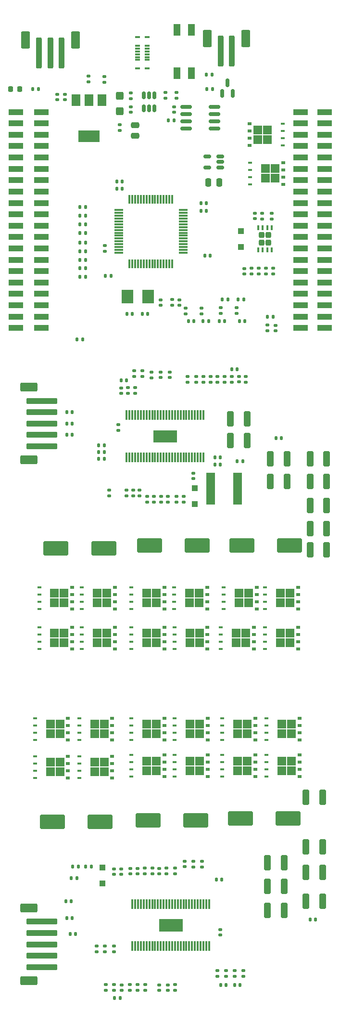
<source format=gbr>
%TF.GenerationSoftware,KiCad,Pcbnew,(6.0.10)*%
%TF.CreationDate,2023-04-24T21:45:00+09:00*%
%TF.ProjectId,qdrive_hw,71647269-7665-45f6-9877-2e6b69636164,rev?*%
%TF.SameCoordinates,Original*%
%TF.FileFunction,Paste,Top*%
%TF.FilePolarity,Positive*%
%FSLAX46Y46*%
G04 Gerber Fmt 4.6, Leading zero omitted, Abs format (unit mm)*
G04 Created by KiCad (PCBNEW (6.0.10)) date 2023-04-24 21:45:00*
%MOMM*%
%LPD*%
G01*
G04 APERTURE LIST*
G04 Aperture macros list*
%AMRoundRect*
0 Rectangle with rounded corners*
0 $1 Rounding radius*
0 $2 $3 $4 $5 $6 $7 $8 $9 X,Y pos of 4 corners*
0 Add a 4 corners polygon primitive as box body*
4,1,4,$2,$3,$4,$5,$6,$7,$8,$9,$2,$3,0*
0 Add four circle primitives for the rounded corners*
1,1,$1+$1,$2,$3*
1,1,$1+$1,$4,$5*
1,1,$1+$1,$6,$7*
1,1,$1+$1,$8,$9*
0 Add four rect primitives between the rounded corners*
20,1,$1+$1,$2,$3,$4,$5,0*
20,1,$1+$1,$4,$5,$6,$7,0*
20,1,$1+$1,$6,$7,$8,$9,0*
20,1,$1+$1,$8,$9,$2,$3,0*%
G04 Aperture macros list end*
%ADD10C,0.010000*%
%ADD11RoundRect,0.250000X-0.325000X-1.100000X0.325000X-1.100000X0.325000X1.100000X-0.325000X1.100000X0*%
%ADD12RoundRect,0.140000X0.170000X-0.140000X0.170000X0.140000X-0.170000X0.140000X-0.170000X-0.140000X0*%
%ADD13R,1.200000X2.000000*%
%ADD14RoundRect,0.140000X-0.140000X-0.170000X0.140000X-0.170000X0.140000X0.170000X-0.140000X0.170000X0*%
%ADD15RoundRect,0.135000X0.135000X0.185000X-0.135000X0.185000X-0.135000X-0.185000X0.135000X-0.185000X0*%
%ADD16RoundRect,0.135000X0.185000X-0.135000X0.185000X0.135000X-0.185000X0.135000X-0.185000X-0.135000X0*%
%ADD17RoundRect,0.135000X-0.185000X0.135000X-0.185000X-0.135000X0.185000X-0.135000X0.185000X0.135000X0*%
%ADD18RoundRect,0.135000X-0.135000X-0.185000X0.135000X-0.185000X0.135000X0.185000X-0.135000X0.185000X0*%
%ADD19R,2.500000X1.000000*%
%ADD20RoundRect,0.140000X-0.170000X0.140000X-0.170000X-0.140000X0.170000X-0.140000X0.170000X0.140000X0*%
%ADD21R,0.750000X0.500000*%
%ADD22R,1.500000X1.500000*%
%ADD23R,0.750000X0.400000*%
%ADD24RoundRect,0.140000X0.140000X0.170000X-0.140000X0.170000X-0.140000X-0.170000X0.140000X-0.170000X0*%
%ADD25RoundRect,0.150000X0.512500X0.150000X-0.512500X0.150000X-0.512500X-0.150000X0.512500X-0.150000X0*%
%ADD26RoundRect,0.150000X0.150000X-0.587500X0.150000X0.587500X-0.150000X0.587500X-0.150000X-0.587500X0*%
%ADD27RoundRect,0.250000X2.500000X-0.250000X2.500000X0.250000X-2.500000X0.250000X-2.500000X-0.250000X0*%
%ADD28RoundRect,0.250000X1.250000X-0.550000X1.250000X0.550000X-1.250000X0.550000X-1.250000X-0.550000X0*%
%ADD29R,1.100000X1.100000*%
%ADD30R,2.000000X2.400000*%
%ADD31RoundRect,0.011200X0.128800X-0.773800X0.128800X0.773800X-0.128800X0.773800X-0.128800X-0.773800X0*%
%ADD32R,0.870000X0.300000*%
%ADD33RoundRect,0.250000X0.250000X0.475000X-0.250000X0.475000X-0.250000X-0.475000X0.250000X-0.475000X0*%
%ADD34RoundRect,0.250000X-0.250000X-2.500000X0.250000X-2.500000X0.250000X2.500000X-0.250000X2.500000X0*%
%ADD35RoundRect,0.250000X-0.550000X-1.250000X0.550000X-1.250000X0.550000X1.250000X-0.550000X1.250000X0*%
%ADD36RoundRect,0.075000X0.075000X-0.700000X0.075000X0.700000X-0.075000X0.700000X-0.075000X-0.700000X0*%
%ADD37RoundRect,0.075000X0.700000X-0.075000X0.700000X0.075000X-0.700000X0.075000X-0.700000X-0.075000X0*%
%ADD38RoundRect,0.250000X0.325000X1.100000X-0.325000X1.100000X-0.325000X-1.100000X0.325000X-1.100000X0*%
%ADD39RoundRect,0.250000X0.425000X-0.450000X0.425000X0.450000X-0.425000X0.450000X-0.425000X-0.450000X0*%
%ADD40RoundRect,0.250000X1.950000X1.000000X-1.950000X1.000000X-1.950000X-1.000000X1.950000X-1.000000X0*%
%ADD41RoundRect,0.218750X-0.218750X-0.256250X0.218750X-0.256250X0.218750X0.256250X-0.218750X0.256250X0*%
%ADD42R,1.600000X5.700000*%
%ADD43R,1.500000X2.000000*%
%ADD44R,3.800000X2.000000*%
%ADD45RoundRect,0.150000X-0.825000X-0.150000X0.825000X-0.150000X0.825000X0.150000X-0.825000X0.150000X0*%
%ADD46RoundRect,0.250000X0.475000X-0.250000X0.475000X0.250000X-0.475000X0.250000X-0.475000X-0.250000X0*%
%ADD47RoundRect,0.011200X-0.128800X0.773800X-0.128800X-0.773800X0.128800X-0.773800X0.128800X0.773800X0*%
%ADD48RoundRect,0.249999X0.253892X-0.274048X0.253892X0.274048X-0.253892X0.274048X-0.253892X-0.274048X0*%
%ADD49RoundRect,0.075000X0.075000X-0.362500X0.075000X0.362500X-0.075000X0.362500X-0.075000X-0.362500X0*%
%ADD50RoundRect,0.150000X-0.150000X0.512500X-0.150000X-0.512500X0.150000X-0.512500X0.150000X0.512500X0*%
G04 APERTURE END LIST*
%TO.C,U401*%
G36*
X190002770Y-205024410D02*
G01*
X186000000Y-205024410D01*
X186000000Y-202977000D01*
X190002770Y-202977000D01*
X190002770Y-205024410D01*
G37*
D10*
X190002770Y-205024410D02*
X186000000Y-205024410D01*
X186000000Y-202977000D01*
X190002770Y-202977000D01*
X190002770Y-205024410D01*
%TO.C,U301*%
G36*
X189000000Y-119023000D02*
G01*
X184997230Y-119023000D01*
X184997230Y-116975590D01*
X189000000Y-116975590D01*
X189000000Y-119023000D01*
G37*
X189000000Y-119023000D02*
X184997230Y-119023000D01*
X184997230Y-116975590D01*
X189000000Y-116975590D01*
X189000000Y-119023000D01*
%TD*%
D11*
%TO.C,C308*%
X212525000Y-134250000D03*
X215475000Y-134250000D03*
%TD*%
D12*
%TO.C,C215*%
X168000000Y-58880000D03*
X168000000Y-57920000D03*
%TD*%
D13*
%TO.C,SW201*%
X191670000Y-46590000D03*
X189130000Y-46590000D03*
X189130000Y-54210000D03*
X191670000Y-54210000D03*
%TD*%
D14*
%TO.C,C226*%
X191120000Y-97800000D03*
X192080000Y-97800000D03*
%TD*%
D11*
%TO.C,C401*%
X211775000Y-194750000D03*
X214725000Y-194750000D03*
%TD*%
D15*
%TO.C,R216*%
X173010000Y-88500000D03*
X171990000Y-88500000D03*
%TD*%
D16*
%TO.C,R304*%
X191000000Y-108510000D03*
X191000000Y-107490000D03*
%TD*%
D12*
%TO.C,C217*%
X179000000Y-64230000D03*
X179000000Y-63270000D03*
%TD*%
D16*
%TO.C,R411*%
X188750000Y-195010000D03*
X188750000Y-193990000D03*
%TD*%
D17*
%TO.C,R418*%
X199250000Y-211990000D03*
X199250000Y-213010000D03*
%TD*%
%TO.C,R404*%
X183500000Y-214490000D03*
X183500000Y-215510000D03*
%TD*%
D18*
%TO.C,R202*%
X194290000Y-54400000D03*
X195310000Y-54400000D03*
%TD*%
D19*
%TO.C,J204*%
X165250000Y-61000000D03*
X160750000Y-61000000D03*
X165250000Y-63000000D03*
X160750000Y-63000000D03*
X165250000Y-65000000D03*
X160750000Y-65000000D03*
X165250000Y-67000000D03*
X160750000Y-67000000D03*
X165250000Y-69000000D03*
X160750000Y-69000000D03*
X165250000Y-71000000D03*
X160750000Y-71000000D03*
X165250000Y-73000000D03*
X160750000Y-73000000D03*
X165250000Y-75000000D03*
X160750000Y-75000000D03*
X165250000Y-77000000D03*
X160750000Y-77000000D03*
X165250000Y-79000000D03*
X160750000Y-79000000D03*
X165250000Y-81000000D03*
X160750000Y-81000000D03*
X165250000Y-83000000D03*
X160750000Y-83000000D03*
X165250000Y-85000000D03*
X160750000Y-85000000D03*
X165250000Y-87000000D03*
X160750000Y-87000000D03*
X165250000Y-89000000D03*
X160750000Y-89000000D03*
X165250000Y-91000000D03*
X160750000Y-91000000D03*
X165250000Y-93000000D03*
X160750000Y-93000000D03*
X165250000Y-95000000D03*
X160750000Y-95000000D03*
X165250000Y-97000000D03*
X160750000Y-97000000D03*
X165250000Y-99000000D03*
X160750000Y-99000000D03*
%TD*%
D17*
%TO.C,R201*%
X176400000Y-84490000D03*
X176400000Y-85510000D03*
%TD*%
D14*
%TO.C,C335*%
X169720000Y-113800000D03*
X170680000Y-113800000D03*
%TD*%
%TO.C,C209*%
X183020000Y-96500000D03*
X183980000Y-96500000D03*
%TD*%
D20*
%TO.C,C204*%
X186250000Y-94020000D03*
X186250000Y-94980000D03*
%TD*%
D16*
%TO.C,R205*%
X204750000Y-89510000D03*
X204750000Y-88490000D03*
%TD*%
D12*
%TO.C,C216*%
X181000000Y-61080000D03*
X181000000Y-60120000D03*
%TD*%
D16*
%TO.C,R414*%
X193500000Y-193760000D03*
X193500000Y-192740000D03*
%TD*%
D21*
%TO.C,Q308*%
X186905000Y-155405000D03*
X186905000Y-154135000D03*
X186905000Y-152865000D03*
D22*
X183800000Y-152650000D03*
X185500000Y-152650000D03*
X183800000Y-154350000D03*
D21*
X186905000Y-151595000D03*
D22*
X185500000Y-154350000D03*
D23*
X181100000Y-151595000D03*
X181100000Y-152865000D03*
X181100000Y-154135000D03*
X181100000Y-155405000D03*
%TD*%
D16*
%TO.C,R403*%
X188750000Y-215510000D03*
X188750000Y-214490000D03*
%TD*%
D24*
%TO.C,C423*%
X171480000Y-195750000D03*
X170520000Y-195750000D03*
%TD*%
%TO.C,C201*%
X194280000Y-78400000D03*
X193320000Y-78400000D03*
%TD*%
D17*
%TO.C,R229*%
X189000000Y-57590000D03*
X189000000Y-58610000D03*
%TD*%
D25*
%TO.C,U205*%
X196737500Y-70750000D03*
X196737500Y-69800000D03*
X196737500Y-68850000D03*
X194462500Y-68850000D03*
X194462500Y-70750000D03*
%TD*%
D24*
%TO.C,C326*%
X176280000Y-122000000D03*
X175320000Y-122000000D03*
%TD*%
D22*
%TO.C,Q404*%
X166800000Y-168650000D03*
X166800000Y-170350000D03*
D21*
X169905000Y-171405000D03*
X169905000Y-167595000D03*
X169905000Y-168865000D03*
D22*
X168500000Y-170350000D03*
D21*
X169905000Y-170135000D03*
D22*
X168500000Y-168650000D03*
D23*
X164100000Y-167595000D03*
X164100000Y-168865000D03*
X164100000Y-170135000D03*
X164100000Y-171405000D03*
%TD*%
D22*
%TO.C,Q401*%
X174600000Y-175350000D03*
D21*
X177705000Y-174295000D03*
X177705000Y-176835000D03*
X177705000Y-178105000D03*
D22*
X174600000Y-177050000D03*
D21*
X177705000Y-175565000D03*
D22*
X176300000Y-177050000D03*
X176300000Y-175350000D03*
D23*
X171900000Y-174295000D03*
X171900000Y-175565000D03*
X171900000Y-176835000D03*
X171900000Y-178105000D03*
%TD*%
D17*
%TO.C,R419*%
X175000000Y-207690000D03*
X175000000Y-208710000D03*
%TD*%
D14*
%TO.C,C219*%
X171520000Y-101000000D03*
X172480000Y-101000000D03*
%TD*%
D21*
%TO.C,Q304*%
X202655000Y-154135000D03*
X202655000Y-155405000D03*
D22*
X199550000Y-154350000D03*
D21*
X202655000Y-151595000D03*
D22*
X201250000Y-152650000D03*
X199550000Y-152650000D03*
X201250000Y-154350000D03*
D21*
X202655000Y-152865000D03*
D23*
X196850000Y-151595000D03*
X196850000Y-152865000D03*
X196850000Y-154135000D03*
X196850000Y-155405000D03*
%TD*%
D26*
%TO.C,D203*%
X197050000Y-57737500D03*
X198950000Y-57737500D03*
X198000000Y-55862500D03*
%TD*%
D15*
%TO.C,R213*%
X173010000Y-85500000D03*
X171990000Y-85500000D03*
%TD*%
D18*
%TO.C,R209*%
X205000000Y-97000000D03*
X206020000Y-97000000D03*
%TD*%
D22*
%TO.C,Q201*%
X206400000Y-72650000D03*
D21*
X207805000Y-69895000D03*
X207805000Y-73705000D03*
D22*
X204700000Y-70950000D03*
X206400000Y-70950000D03*
X204700000Y-72650000D03*
D21*
X207805000Y-71165000D03*
X207805000Y-72435000D03*
D23*
X202000000Y-69895000D03*
X202000000Y-71165000D03*
X202000000Y-72435000D03*
X202000000Y-73705000D03*
%TD*%
D24*
%TO.C,C207*%
X194980000Y-86250000D03*
X194020000Y-86250000D03*
%TD*%
D17*
%TO.C,R222*%
X190600000Y-95490000D03*
X190600000Y-96510000D03*
%TD*%
D22*
%TO.C,Q412*%
X201500000Y-168650000D03*
D21*
X202905000Y-167595000D03*
X202905000Y-171405000D03*
D22*
X199800000Y-170350000D03*
X199800000Y-168650000D03*
D21*
X202905000Y-170135000D03*
D22*
X201500000Y-170350000D03*
D21*
X202905000Y-168865000D03*
D23*
X197100000Y-167595000D03*
X197100000Y-168865000D03*
X197100000Y-170135000D03*
X197100000Y-171405000D03*
%TD*%
D20*
%TO.C,C413*%
X180860000Y-194020000D03*
X180860000Y-194980000D03*
%TD*%
D16*
%TO.C,R318*%
X180500000Y-110510000D03*
X180500000Y-109490000D03*
%TD*%
D27*
%TO.C,J303*%
X165300000Y-119800000D03*
X165300000Y-117800000D03*
X165300000Y-115800000D03*
X165300000Y-113800000D03*
X165300000Y-111800000D03*
D28*
X163050000Y-109400000D03*
X163050000Y-122200000D03*
%TD*%
D29*
%TO.C,D301*%
X192200000Y-127200000D03*
X192200000Y-130000000D03*
%TD*%
D14*
%TO.C,C409*%
X196770000Y-214500000D03*
X197730000Y-214500000D03*
%TD*%
D12*
%TO.C,C218*%
X169400000Y-58880000D03*
X169400000Y-57920000D03*
%TD*%
D18*
%TO.C,R423*%
X170740000Y-193750000D03*
X171760000Y-193750000D03*
%TD*%
D22*
%TO.C,Q309*%
X175050000Y-147350000D03*
X175050000Y-145650000D03*
D21*
X178155000Y-145865000D03*
D22*
X176750000Y-145650000D03*
X176750000Y-147350000D03*
D21*
X178155000Y-147135000D03*
X178155000Y-144595000D03*
X178155000Y-148405000D03*
D23*
X172350000Y-144595000D03*
X172350000Y-145865000D03*
X172350000Y-147135000D03*
X172350000Y-148405000D03*
%TD*%
D18*
%TO.C,TH301*%
X175290000Y-119600000D03*
X176310000Y-119600000D03*
%TD*%
D12*
%TO.C,C417*%
X190500000Y-193730000D03*
X190500000Y-192770000D03*
%TD*%
D14*
%TO.C,C324*%
X198770000Y-106250000D03*
X199730000Y-106250000D03*
%TD*%
D18*
%TO.C,R206*%
X187590000Y-62500000D03*
X188610000Y-62500000D03*
%TD*%
D15*
%TO.C,R220*%
X173010000Y-77750000D03*
X171990000Y-77750000D03*
%TD*%
D11*
%TO.C,C304*%
X212525000Y-138000000D03*
X215475000Y-138000000D03*
%TD*%
D12*
%TO.C,C311*%
X179250000Y-110480000D03*
X179250000Y-109520000D03*
%TD*%
D29*
%TO.C,D201*%
X200350000Y-81912500D03*
X200350000Y-84712500D03*
%TD*%
D24*
%TO.C,C202*%
X194280000Y-77000000D03*
X193320000Y-77000000D03*
%TD*%
D21*
%TO.C,Q407*%
X186905000Y-175365000D03*
X186905000Y-174095000D03*
D22*
X183800000Y-175150000D03*
X183800000Y-176850000D03*
D21*
X186905000Y-177905000D03*
X186905000Y-176635000D03*
D22*
X185500000Y-175150000D03*
X185500000Y-176850000D03*
D23*
X181100000Y-174095000D03*
X181100000Y-175365000D03*
X181100000Y-176635000D03*
X181100000Y-177905000D03*
%TD*%
D16*
%TO.C,R210*%
X205000000Y-99510000D03*
X205000000Y-98490000D03*
%TD*%
%TO.C,R305*%
X201250000Y-108510000D03*
X201250000Y-107490000D03*
%TD*%
D14*
%TO.C,C334*%
X169720000Y-115800000D03*
X170680000Y-115800000D03*
%TD*%
D22*
%TO.C,Q405*%
X191400000Y-176850000D03*
D21*
X194505000Y-176635000D03*
X194505000Y-175365000D03*
D22*
X193100000Y-175150000D03*
X193100000Y-176850000D03*
D21*
X194505000Y-177905000D03*
D22*
X191400000Y-175150000D03*
D21*
X194505000Y-174095000D03*
D23*
X188700000Y-174095000D03*
X188700000Y-175365000D03*
X188700000Y-176635000D03*
X188700000Y-177905000D03*
%TD*%
D30*
%TO.C,Y201*%
X184050000Y-93500000D03*
X180350000Y-93500000D03*
%TD*%
D12*
%TO.C,C320*%
X200000000Y-108480000D03*
X200000000Y-107520000D03*
%TD*%
D31*
%TO.C,U401*%
X181250000Y-207720000D03*
X181750000Y-207720000D03*
X182250000Y-207720000D03*
X182750000Y-207720000D03*
X183250000Y-207720000D03*
X183750000Y-207720000D03*
X184250000Y-207720000D03*
X184750000Y-207720000D03*
X185250000Y-207720000D03*
X185750000Y-207720000D03*
X186250000Y-207720000D03*
X186750000Y-207720000D03*
X187250000Y-207720000D03*
X187750000Y-207720000D03*
X188250000Y-207720000D03*
X188750000Y-207720000D03*
X189250000Y-207720000D03*
X189750000Y-207720000D03*
X190250000Y-207720000D03*
X190750000Y-207720000D03*
X191250000Y-207720000D03*
X191750000Y-207720000D03*
X192250000Y-207720000D03*
X192750000Y-207720000D03*
X193250000Y-207720000D03*
X193750000Y-207720000D03*
X194250000Y-207720000D03*
X194750000Y-207720000D03*
X194750000Y-200280000D03*
X194250000Y-200280000D03*
X193750000Y-200280000D03*
X193250000Y-200280000D03*
X192750000Y-200280000D03*
X192250000Y-200280000D03*
X191750000Y-200280000D03*
X191250000Y-200280000D03*
X190750000Y-200280000D03*
X190250000Y-200280000D03*
X189750000Y-200280000D03*
X189250000Y-200280000D03*
X188750000Y-200280000D03*
X188250000Y-200280000D03*
X187750000Y-200280000D03*
X187250000Y-200280000D03*
X186750000Y-200280000D03*
X186250000Y-200280000D03*
X185750000Y-200280000D03*
X185250000Y-200280000D03*
X184750000Y-200280000D03*
X184250000Y-200280000D03*
X183750000Y-200280000D03*
X183250000Y-200280000D03*
X182750000Y-200280000D03*
X182250000Y-200280000D03*
X181750000Y-200280000D03*
X181250000Y-200280000D03*
%TD*%
D12*
%TO.C,C318*%
X182500000Y-128480000D03*
X182500000Y-127520000D03*
%TD*%
D15*
%TO.C,R211*%
X173010000Y-79250000D03*
X171990000Y-79250000D03*
%TD*%
D16*
%TO.C,R233*%
X187100000Y-58610000D03*
X187100000Y-57590000D03*
%TD*%
D17*
%TO.C,R313*%
X181380000Y-127490000D03*
X181380000Y-128510000D03*
%TD*%
D29*
%TO.C,D401*%
X176000000Y-196650000D03*
X176000000Y-193850000D03*
%TD*%
D12*
%TO.C,C406*%
X187500000Y-215480000D03*
X187500000Y-214520000D03*
%TD*%
D16*
%TO.C,R203*%
X203500000Y-89510000D03*
X203500000Y-88490000D03*
%TD*%
D12*
%TO.C,C415*%
X182200000Y-194980000D03*
X182200000Y-194020000D03*
%TD*%
D16*
%TO.C,R208*%
X205800000Y-79822500D03*
X205800000Y-78802500D03*
%TD*%
D24*
%TO.C,C208*%
X181230000Y-96500000D03*
X180270000Y-96500000D03*
%TD*%
D17*
%TO.C,R417*%
X197750000Y-211990000D03*
X197750000Y-213010000D03*
%TD*%
%TO.C,R225*%
X199600000Y-95440000D03*
X199600000Y-96460000D03*
%TD*%
D12*
%TO.C,C210*%
X189500000Y-94980000D03*
X189500000Y-94020000D03*
%TD*%
D14*
%TO.C,C432*%
X212520000Y-203000000D03*
X213480000Y-203000000D03*
%TD*%
D32*
%TO.C,J201*%
X182135000Y-53350000D03*
X182135000Y-51850000D03*
X182135000Y-51350000D03*
X182135000Y-50850000D03*
X182135000Y-50350000D03*
X182135000Y-49850000D03*
X182135000Y-49350000D03*
X182135000Y-47850000D03*
X183865000Y-47850000D03*
X183865000Y-49350000D03*
X183865000Y-49850000D03*
X183865000Y-50350000D03*
X183865000Y-50850000D03*
X183865000Y-51350000D03*
X183865000Y-51850000D03*
X183865000Y-53350000D03*
%TD*%
D15*
%TO.C,TH401*%
X174010000Y-193750000D03*
X172990000Y-193750000D03*
%TD*%
D22*
%TO.C,Q402*%
X176300000Y-168650000D03*
D21*
X177705000Y-167595000D03*
X177705000Y-171405000D03*
D22*
X174600000Y-168650000D03*
X174600000Y-170350000D03*
D21*
X177705000Y-170135000D03*
X177705000Y-168865000D03*
D22*
X176300000Y-170350000D03*
D23*
X171900000Y-167595000D03*
X171900000Y-168865000D03*
X171900000Y-170135000D03*
X171900000Y-171405000D03*
%TD*%
D24*
%TO.C,C410*%
X200230000Y-214500000D03*
X199270000Y-214500000D03*
%TD*%
D15*
%TO.C,R221*%
X173010000Y-80750000D03*
X171990000Y-80750000D03*
%TD*%
D20*
%TO.C,C307*%
X187800000Y-106770000D03*
X187800000Y-107730000D03*
%TD*%
D17*
%TO.C,R307*%
X196250000Y-107490000D03*
X196250000Y-108510000D03*
%TD*%
D24*
%TO.C,C424*%
X171280000Y-205600000D03*
X170320000Y-205600000D03*
%TD*%
D20*
%TO.C,C306*%
X186200000Y-106770000D03*
X186200000Y-107730000D03*
%TD*%
%TO.C,C407*%
X186000000Y-214520000D03*
X186000000Y-215480000D03*
%TD*%
D33*
%TO.C,C221*%
X196550000Y-73400000D03*
X194650000Y-73400000D03*
%TD*%
D21*
%TO.C,Q410*%
X210655000Y-171405000D03*
X210655000Y-170135000D03*
X210655000Y-168865000D03*
D22*
X209250000Y-170350000D03*
X207550000Y-168650000D03*
D21*
X210655000Y-167595000D03*
D22*
X207550000Y-170350000D03*
X209250000Y-168650000D03*
D23*
X204850000Y-167595000D03*
X204850000Y-168865000D03*
X204850000Y-170135000D03*
X204850000Y-171405000D03*
%TD*%
D14*
%TO.C,C224*%
X196520000Y-97800000D03*
X197480000Y-97800000D03*
%TD*%
D34*
%TO.C,J202*%
X196800000Y-50300000D03*
X198800000Y-50300000D03*
D35*
X201200000Y-48050000D03*
X194400000Y-48050000D03*
%TD*%
D20*
%TO.C,C419*%
X179400000Y-214520000D03*
X179400000Y-215480000D03*
%TD*%
D16*
%TO.C,R410*%
X187250000Y-195010000D03*
X187250000Y-193990000D03*
%TD*%
D21*
%TO.C,Q411*%
X202905000Y-177905000D03*
D22*
X199800000Y-176850000D03*
D21*
X202905000Y-174095000D03*
D22*
X201500000Y-175150000D03*
X201500000Y-176850000D03*
D21*
X202905000Y-175365000D03*
D22*
X199800000Y-175150000D03*
D21*
X202905000Y-176635000D03*
D23*
X197100000Y-174095000D03*
X197100000Y-175365000D03*
X197100000Y-176635000D03*
X197100000Y-177905000D03*
%TD*%
D36*
%TO.C,U201*%
X180750000Y-87675000D03*
X181250000Y-87675000D03*
X181750000Y-87675000D03*
X182250000Y-87675000D03*
X182750000Y-87675000D03*
X183250000Y-87675000D03*
X183750000Y-87675000D03*
X184250000Y-87675000D03*
X184750000Y-87675000D03*
X185250000Y-87675000D03*
X185750000Y-87675000D03*
X186250000Y-87675000D03*
X186750000Y-87675000D03*
X187250000Y-87675000D03*
X187750000Y-87675000D03*
X188250000Y-87675000D03*
D37*
X190175000Y-85750000D03*
X190175000Y-85250000D03*
X190175000Y-84750000D03*
X190175000Y-84250000D03*
X190175000Y-83750000D03*
X190175000Y-83250000D03*
X190175000Y-82750000D03*
X190175000Y-82250000D03*
X190175000Y-81750000D03*
X190175000Y-81250000D03*
X190175000Y-80750000D03*
X190175000Y-80250000D03*
X190175000Y-79750000D03*
X190175000Y-79250000D03*
X190175000Y-78750000D03*
X190175000Y-78250000D03*
D36*
X188250000Y-76325000D03*
X187750000Y-76325000D03*
X187250000Y-76325000D03*
X186750000Y-76325000D03*
X186250000Y-76325000D03*
X185750000Y-76325000D03*
X185250000Y-76325000D03*
X184750000Y-76325000D03*
X184250000Y-76325000D03*
X183750000Y-76325000D03*
X183250000Y-76325000D03*
X182750000Y-76325000D03*
X182250000Y-76325000D03*
X181750000Y-76325000D03*
X181250000Y-76325000D03*
X180750000Y-76325000D03*
D37*
X178825000Y-78250000D03*
X178825000Y-78750000D03*
X178825000Y-79250000D03*
X178825000Y-79750000D03*
X178825000Y-80250000D03*
X178825000Y-80750000D03*
X178825000Y-81250000D03*
X178825000Y-81750000D03*
X178825000Y-82250000D03*
X178825000Y-82750000D03*
X178825000Y-83250000D03*
X178825000Y-83750000D03*
X178825000Y-84250000D03*
X178825000Y-84750000D03*
X178825000Y-85250000D03*
X178825000Y-85750000D03*
%TD*%
D11*
%TO.C,C404*%
X211775000Y-190250000D03*
X214725000Y-190250000D03*
%TD*%
D18*
%TO.C,R204*%
X194390000Y-57000000D03*
X195410000Y-57000000D03*
%TD*%
D12*
%TO.C,C420*%
X179250000Y-195080000D03*
X179250000Y-194120000D03*
%TD*%
D17*
%TO.C,R223*%
X193400000Y-95490000D03*
X193400000Y-96510000D03*
%TD*%
D16*
%TO.C,R231*%
X176300000Y-55810000D03*
X176300000Y-54790000D03*
%TD*%
D38*
%TO.C,C418*%
X207975000Y-197200000D03*
X205025000Y-197200000D03*
%TD*%
D12*
%TO.C,C312*%
X183000000Y-107480000D03*
X183000000Y-106520000D03*
%TD*%
D27*
%TO.C,J406*%
X165300000Y-211400000D03*
X165300000Y-209400000D03*
X165300000Y-207400000D03*
X165300000Y-205400000D03*
X165300000Y-203400000D03*
D28*
X163050000Y-201000000D03*
X163050000Y-213800000D03*
%TD*%
D14*
%TO.C,C421*%
X178120000Y-216800000D03*
X179080000Y-216800000D03*
%TD*%
D17*
%TO.C,R303*%
X184600000Y-106740000D03*
X184600000Y-107760000D03*
%TD*%
D16*
%TO.C,R413*%
X192000000Y-193760000D03*
X192000000Y-192740000D03*
%TD*%
D14*
%TO.C,C205*%
X178520000Y-73250000D03*
X179480000Y-73250000D03*
%TD*%
%TO.C,C310*%
X179270000Y-108200000D03*
X180230000Y-108200000D03*
%TD*%
D16*
%TO.C,R402*%
X184750000Y-195010000D03*
X184750000Y-193990000D03*
%TD*%
D17*
%TO.C,R302*%
X187480000Y-128590000D03*
X187480000Y-129610000D03*
%TD*%
D16*
%TO.C,R322*%
X198750000Y-108510000D03*
X198750000Y-107490000D03*
%TD*%
D20*
%TO.C,C411*%
X200750000Y-212020000D03*
X200750000Y-212980000D03*
%TD*%
%TO.C,C211*%
X201000000Y-88520000D03*
X201000000Y-89480000D03*
%TD*%
D14*
%TO.C,C206*%
X178520000Y-74500000D03*
X179480000Y-74500000D03*
%TD*%
D39*
%TO.C,C220*%
X179000000Y-60850000D03*
X179000000Y-58150000D03*
%TD*%
D40*
%TO.C,C327*%
X192700000Y-137250000D03*
X184300000Y-137250000D03*
%TD*%
D17*
%TO.C,R301*%
X190250000Y-128590000D03*
X190250000Y-129610000D03*
%TD*%
D22*
%TO.C,Q409*%
X207550000Y-176850000D03*
D21*
X210655000Y-175365000D03*
X210655000Y-174095000D03*
D22*
X207550000Y-175150000D03*
D21*
X210655000Y-177905000D03*
D22*
X209250000Y-176850000D03*
D21*
X210655000Y-176635000D03*
D22*
X209250000Y-175150000D03*
D23*
X204850000Y-174095000D03*
X204850000Y-175365000D03*
X204850000Y-176635000D03*
X204850000Y-177905000D03*
%TD*%
D16*
%TO.C,R234*%
X181000000Y-58710000D03*
X181000000Y-57690000D03*
%TD*%
%TO.C,R320*%
X192500000Y-108510000D03*
X192500000Y-107490000D03*
%TD*%
D20*
%TO.C,C332*%
X177200000Y-127520000D03*
X177200000Y-128480000D03*
%TD*%
D15*
%TO.C,R212*%
X173010000Y-84000000D03*
X171990000Y-84000000D03*
%TD*%
D16*
%TO.C,R321*%
X193750000Y-108510000D03*
X193750000Y-107490000D03*
%TD*%
D40*
%TO.C,C429*%
X175600000Y-185800000D03*
X167200000Y-185800000D03*
%TD*%
D11*
%TO.C,C325*%
X212525000Y-130250000D03*
X215475000Y-130250000D03*
%TD*%
D22*
%TO.C,Q311*%
X167550000Y-145650000D03*
D21*
X170655000Y-144595000D03*
X170655000Y-148405000D03*
X170655000Y-147135000D03*
D22*
X167550000Y-147350000D03*
D21*
X170655000Y-145865000D03*
D22*
X169250000Y-145650000D03*
X169250000Y-147350000D03*
D23*
X164850000Y-144595000D03*
X164850000Y-145865000D03*
X164850000Y-147135000D03*
X164850000Y-148405000D03*
%TD*%
D17*
%TO.C,R310*%
X185080000Y-128590000D03*
X185080000Y-129610000D03*
%TD*%
D16*
%TO.C,R319*%
X195000000Y-108510000D03*
X195000000Y-107490000D03*
%TD*%
D20*
%TO.C,C212*%
X188600000Y-60120000D03*
X188600000Y-61080000D03*
%TD*%
D15*
%TO.C,R219*%
X200910000Y-93950000D03*
X199890000Y-93950000D03*
%TD*%
D38*
%TO.C,C301*%
X208475000Y-126000000D03*
X205525000Y-126000000D03*
%TD*%
D22*
%TO.C,Q302*%
X209000000Y-152650000D03*
D21*
X210405000Y-152865000D03*
D22*
X209000000Y-154350000D03*
D21*
X210405000Y-151595000D03*
X210405000Y-155405000D03*
X210405000Y-154135000D03*
D22*
X207300000Y-152650000D03*
X207300000Y-154350000D03*
D23*
X204600000Y-151595000D03*
X204600000Y-152865000D03*
X204600000Y-154135000D03*
X204600000Y-155405000D03*
%TD*%
D12*
%TO.C,C317*%
X186280000Y-129580000D03*
X186280000Y-128620000D03*
%TD*%
D14*
%TO.C,C302*%
X195770000Y-121750000D03*
X196730000Y-121750000D03*
%TD*%
D15*
%TO.C,R214*%
X173010000Y-82250000D03*
X171990000Y-82250000D03*
%TD*%
D11*
%TO.C,C315*%
X198525000Y-115000000D03*
X201475000Y-115000000D03*
%TD*%
D21*
%TO.C,Q408*%
X186905000Y-168865000D03*
D22*
X185500000Y-170350000D03*
D21*
X186905000Y-171405000D03*
X186905000Y-170135000D03*
D22*
X183800000Y-170350000D03*
X185500000Y-168650000D03*
D21*
X186905000Y-167595000D03*
D22*
X183800000Y-168650000D03*
D23*
X181100000Y-167595000D03*
X181100000Y-168865000D03*
X181100000Y-170135000D03*
X181100000Y-171405000D03*
%TD*%
D16*
%TO.C,R407*%
X182200000Y-215510000D03*
X182200000Y-214490000D03*
%TD*%
D14*
%TO.C,C225*%
X200120000Y-97800000D03*
X201080000Y-97800000D03*
%TD*%
D16*
%TO.C,R401*%
X183400000Y-195010000D03*
X183400000Y-193990000D03*
%TD*%
D38*
%TO.C,C422*%
X207975000Y-201400000D03*
X205025000Y-201400000D03*
%TD*%
D21*
%TO.C,Q306*%
X194470000Y-152865000D03*
X194470000Y-155405000D03*
X194470000Y-151595000D03*
D22*
X191365000Y-152650000D03*
X193065000Y-152650000D03*
X193065000Y-154350000D03*
D21*
X194470000Y-154135000D03*
D22*
X191365000Y-154350000D03*
D23*
X188665000Y-151595000D03*
X188665000Y-152865000D03*
X188665000Y-154135000D03*
X188665000Y-155405000D03*
%TD*%
D21*
%TO.C,Q305*%
X194405000Y-145865000D03*
D22*
X191300000Y-145650000D03*
D21*
X194405000Y-147135000D03*
D22*
X191300000Y-147350000D03*
X193000000Y-147350000D03*
D21*
X194405000Y-148405000D03*
X194405000Y-144595000D03*
D22*
X193000000Y-145650000D03*
D23*
X188600000Y-144595000D03*
X188600000Y-145865000D03*
X188600000Y-147135000D03*
X188600000Y-148405000D03*
%TD*%
D22*
%TO.C,Q307*%
X185500000Y-147350000D03*
D21*
X186905000Y-148405000D03*
X186905000Y-147135000D03*
D22*
X183800000Y-145650000D03*
X183800000Y-147350000D03*
X185500000Y-145650000D03*
D21*
X186905000Y-145865000D03*
X186905000Y-144595000D03*
D23*
X181100000Y-144595000D03*
X181100000Y-145865000D03*
X181100000Y-147135000D03*
X181100000Y-148405000D03*
%TD*%
D11*
%TO.C,C321*%
X198525000Y-118800000D03*
X201475000Y-118800000D03*
%TD*%
D16*
%TO.C,R317*%
X181750000Y-110510000D03*
X181750000Y-109490000D03*
%TD*%
D17*
%TO.C,R228*%
X188250000Y-93990000D03*
X188250000Y-95010000D03*
%TD*%
D15*
%TO.C,R215*%
X173010000Y-87000000D03*
X171990000Y-87000000D03*
%TD*%
%TO.C,R218*%
X198110000Y-93950000D03*
X197090000Y-93950000D03*
%TD*%
D21*
%TO.C,Q403*%
X169905000Y-174295000D03*
X169905000Y-178105000D03*
X169905000Y-175565000D03*
D22*
X166800000Y-175350000D03*
D21*
X169905000Y-176835000D03*
D22*
X168500000Y-177050000D03*
X168500000Y-175350000D03*
X166800000Y-177050000D03*
D23*
X164100000Y-174295000D03*
X164100000Y-175565000D03*
X164100000Y-176835000D03*
X164100000Y-178105000D03*
%TD*%
D17*
%TO.C,R406*%
X180800000Y-214490000D03*
X180800000Y-215510000D03*
%TD*%
%TO.C,R232*%
X173500000Y-54690000D03*
X173500000Y-55710000D03*
%TD*%
D40*
%TO.C,C428*%
X208700000Y-185250000D03*
X200300000Y-185250000D03*
%TD*%
D15*
%TO.C,R217*%
X173010000Y-90000000D03*
X171990000Y-90000000D03*
%TD*%
D19*
%TO.C,J205*%
X210875000Y-61000000D03*
X215125000Y-61000000D03*
X210875000Y-63000000D03*
X215125000Y-63000000D03*
X210875000Y-65000000D03*
X215125000Y-65000000D03*
X210875000Y-67000000D03*
X215125000Y-67000000D03*
X210875000Y-69000000D03*
X215125000Y-69000000D03*
X210875000Y-71000000D03*
X215125000Y-71000000D03*
X210875000Y-73000000D03*
X215125000Y-73000000D03*
X210875000Y-75000000D03*
X215125000Y-75000000D03*
X210875000Y-77000000D03*
X215125000Y-77000000D03*
X210875000Y-79000000D03*
X215125000Y-79000000D03*
X210875000Y-81000000D03*
X215125000Y-81000000D03*
X210875000Y-83000000D03*
X215125000Y-83000000D03*
X210875000Y-85000000D03*
X215125000Y-85000000D03*
X210875000Y-87000000D03*
X215125000Y-87000000D03*
X210875000Y-89000000D03*
X215125000Y-89000000D03*
X210875000Y-91000000D03*
X215125000Y-91000000D03*
X210875000Y-93000000D03*
X215125000Y-93000000D03*
X210875000Y-95000000D03*
X215125000Y-95000000D03*
X210875000Y-97000000D03*
X215125000Y-97000000D03*
X210875000Y-99000000D03*
X215125000Y-99000000D03*
%TD*%
D17*
%TO.C,R405*%
X176600000Y-214490000D03*
X176600000Y-215510000D03*
%TD*%
D41*
%TO.C,D204*%
X159812500Y-57000000D03*
X161387500Y-57000000D03*
%TD*%
D14*
%TO.C,C314*%
X195770000Y-123000000D03*
X196730000Y-123000000D03*
%TD*%
D21*
%TO.C,Q310*%
X178155000Y-151595000D03*
D22*
X176750000Y-154350000D03*
D21*
X178155000Y-152865000D03*
X178155000Y-155405000D03*
D22*
X176750000Y-152650000D03*
X175050000Y-154350000D03*
D21*
X178155000Y-154135000D03*
D22*
X175050000Y-152650000D03*
D23*
X172350000Y-151595000D03*
X172350000Y-152865000D03*
X172350000Y-154135000D03*
X172350000Y-155405000D03*
%TD*%
D15*
%TO.C,R226*%
X164710000Y-57000000D03*
X163690000Y-57000000D03*
%TD*%
D16*
%TO.C,R306*%
X197500000Y-108510000D03*
X197500000Y-107490000D03*
%TD*%
D20*
%TO.C,C214*%
X206500000Y-98520000D03*
X206500000Y-99480000D03*
%TD*%
D12*
%TO.C,C336*%
X178750000Y-116980000D03*
X178750000Y-116020000D03*
%TD*%
D20*
%TO.C,C213*%
X202800000Y-78832500D03*
X202800000Y-79792500D03*
%TD*%
D42*
%TO.C,L301*%
X195050000Y-127250000D03*
X199750000Y-127250000D03*
%TD*%
D20*
%TO.C,C412*%
X196250000Y-212020000D03*
X196250000Y-212980000D03*
%TD*%
D11*
%TO.C,C408*%
X211775000Y-181500000D03*
X214725000Y-181500000D03*
%TD*%
D43*
%TO.C,U204*%
X175900000Y-58950000D03*
X173600000Y-58950000D03*
X171300000Y-58950000D03*
D44*
X173600000Y-65250000D03*
%TD*%
D24*
%TO.C,C322*%
X207480000Y-118400000D03*
X206520000Y-118400000D03*
%TD*%
D21*
%TO.C,Q312*%
X170655000Y-154135000D03*
X170655000Y-155405000D03*
D22*
X169250000Y-154350000D03*
D21*
X170655000Y-152865000D03*
X170655000Y-151595000D03*
D22*
X167550000Y-152650000D03*
X167550000Y-154350000D03*
X169250000Y-152650000D03*
D23*
X164850000Y-151595000D03*
X164850000Y-152865000D03*
X164850000Y-154135000D03*
X164850000Y-155405000D03*
%TD*%
D11*
%TO.C,C331*%
X212525000Y-126000000D03*
X215475000Y-126000000D03*
%TD*%
D14*
%TO.C,C414*%
X196040000Y-196000000D03*
X197000000Y-196000000D03*
%TD*%
D12*
%TO.C,C316*%
X189000000Y-129580000D03*
X189000000Y-128620000D03*
%TD*%
D45*
%TO.C,U202*%
X190725000Y-60095000D03*
X190725000Y-61365000D03*
X190725000Y-62635000D03*
X190725000Y-63905000D03*
X195675000Y-63905000D03*
X195675000Y-62635000D03*
X195675000Y-61365000D03*
X195675000Y-60095000D03*
%TD*%
D46*
%TO.C,C222*%
X181750000Y-65200000D03*
X181750000Y-63300000D03*
%TD*%
D24*
%TO.C,C425*%
X170680000Y-202800000D03*
X169720000Y-202800000D03*
%TD*%
%TO.C,C426*%
X170480000Y-199800000D03*
X169520000Y-199800000D03*
%TD*%
D40*
%TO.C,C328*%
X176200000Y-137750000D03*
X167800000Y-137750000D03*
%TD*%
D47*
%TO.C,U301*%
X193750000Y-114280000D03*
X193250000Y-114280000D03*
X192750000Y-114280000D03*
X192250000Y-114280000D03*
X191750000Y-114280000D03*
X191250000Y-114280000D03*
X190750000Y-114280000D03*
X190250000Y-114280000D03*
X189750000Y-114280000D03*
X189250000Y-114280000D03*
X188750000Y-114280000D03*
X188250000Y-114280000D03*
X187750000Y-114280000D03*
X187250000Y-114280000D03*
X186750000Y-114280000D03*
X186250000Y-114280000D03*
X185750000Y-114280000D03*
X185250000Y-114280000D03*
X184750000Y-114280000D03*
X184250000Y-114280000D03*
X183750000Y-114280000D03*
X183250000Y-114280000D03*
X182750000Y-114280000D03*
X182250000Y-114280000D03*
X181750000Y-114280000D03*
X181250000Y-114280000D03*
X180750000Y-114280000D03*
X180250000Y-114280000D03*
X180250000Y-121720000D03*
X180750000Y-121720000D03*
X181250000Y-121720000D03*
X181750000Y-121720000D03*
X182250000Y-121720000D03*
X182750000Y-121720000D03*
X183250000Y-121720000D03*
X183750000Y-121720000D03*
X184250000Y-121720000D03*
X184750000Y-121720000D03*
X185250000Y-121720000D03*
X185750000Y-121720000D03*
X186250000Y-121720000D03*
X186750000Y-121720000D03*
X187250000Y-121720000D03*
X187750000Y-121720000D03*
X188250000Y-121720000D03*
X188750000Y-121720000D03*
X189250000Y-121720000D03*
X189750000Y-121720000D03*
X190250000Y-121720000D03*
X190750000Y-121720000D03*
X191250000Y-121720000D03*
X191750000Y-121720000D03*
X192250000Y-121720000D03*
X192750000Y-121720000D03*
X193250000Y-121720000D03*
X193750000Y-121720000D03*
%TD*%
D17*
%TO.C,R422*%
X178000000Y-214490000D03*
X178000000Y-215510000D03*
%TD*%
D12*
%TO.C,C416*%
X186000000Y-194980000D03*
X186000000Y-194020000D03*
%TD*%
D40*
%TO.C,C427*%
X192400000Y-185600000D03*
X184000000Y-185600000D03*
%TD*%
D22*
%TO.C,Q303*%
X200050000Y-145650000D03*
X201750000Y-145650000D03*
D21*
X203155000Y-147135000D03*
X203155000Y-148405000D03*
X203155000Y-144595000D03*
X203155000Y-145865000D03*
D22*
X201750000Y-147350000D03*
X200050000Y-147350000D03*
D23*
X197350000Y-144595000D03*
X197350000Y-145865000D03*
X197350000Y-147135000D03*
X197350000Y-148405000D03*
%TD*%
D14*
%TO.C,C323*%
X199720000Y-122400000D03*
X200680000Y-122400000D03*
%TD*%
D17*
%TO.C,R230*%
X206000000Y-88490000D03*
X206000000Y-89510000D03*
%TD*%
D34*
%TO.C,J209*%
X164800000Y-50600000D03*
X166800000Y-50600000D03*
X168800000Y-50600000D03*
D35*
X171200000Y-48350000D03*
X162400000Y-48350000D03*
%TD*%
D18*
%TO.C,R323*%
X175290000Y-120800000D03*
X176310000Y-120800000D03*
%TD*%
D11*
%TO.C,C319*%
X212525000Y-122000000D03*
X215475000Y-122000000D03*
%TD*%
D48*
%TO.C,U203*%
X203975000Y-82662500D03*
X205225000Y-83962500D03*
X203975000Y-83962500D03*
X205225000Y-82662500D03*
D49*
X203400000Y-85250000D03*
X204200000Y-85250000D03*
X205000000Y-85250000D03*
X205800000Y-85250000D03*
X205800000Y-81375000D03*
X205000000Y-81375000D03*
X204200000Y-81375000D03*
X203400000Y-81375000D03*
%TD*%
D11*
%TO.C,C430*%
X211775000Y-199800000D03*
X214725000Y-199800000D03*
%TD*%
D17*
%TO.C,R421*%
X176400000Y-207690000D03*
X176400000Y-208710000D03*
%TD*%
D12*
%TO.C,C433*%
X196750000Y-205730000D03*
X196750000Y-204770000D03*
%TD*%
D21*
%TO.C,Q406*%
X194505000Y-170135000D03*
X194505000Y-168865000D03*
D22*
X193100000Y-170350000D03*
X193100000Y-168650000D03*
X191400000Y-168650000D03*
D21*
X194505000Y-167595000D03*
X194505000Y-171405000D03*
D22*
X191400000Y-170350000D03*
D23*
X188700000Y-167595000D03*
X188700000Y-168865000D03*
X188700000Y-170135000D03*
X188700000Y-171405000D03*
%TD*%
D17*
%TO.C,R420*%
X178000000Y-207690000D03*
X178000000Y-208710000D03*
%TD*%
D20*
%TO.C,C309*%
X181600000Y-106520000D03*
X181600000Y-107480000D03*
%TD*%
%TO.C,C402*%
X178000000Y-194120000D03*
X178000000Y-195080000D03*
%TD*%
D17*
%TO.C,R224*%
X196800000Y-95440000D03*
X196800000Y-96460000D03*
%TD*%
D14*
%TO.C,C203*%
X176520000Y-89860000D03*
X177480000Y-89860000D03*
%TD*%
D22*
%TO.C,Q301*%
X209000000Y-147350000D03*
D21*
X210405000Y-148405000D03*
D22*
X207300000Y-147350000D03*
D21*
X210405000Y-144595000D03*
D22*
X207300000Y-145650000D03*
D21*
X210405000Y-145865000D03*
D22*
X209000000Y-145650000D03*
D21*
X210405000Y-147135000D03*
D23*
X204600000Y-144595000D03*
X204600000Y-145865000D03*
X204600000Y-147135000D03*
X204600000Y-148405000D03*
%TD*%
D16*
%TO.C,R207*%
X204100000Y-79822500D03*
X204100000Y-78802500D03*
%TD*%
D20*
%TO.C,C313*%
X192000000Y-124520000D03*
X192000000Y-125480000D03*
%TD*%
D38*
%TO.C,C431*%
X207975000Y-193000000D03*
X205025000Y-193000000D03*
%TD*%
D21*
%TO.C,Q202*%
X201895000Y-66905000D03*
X201895000Y-64365000D03*
X201895000Y-63095000D03*
D22*
X203300000Y-64150000D03*
D21*
X201895000Y-65635000D03*
D22*
X205000000Y-65850000D03*
X203300000Y-65850000D03*
X205000000Y-64150000D03*
D23*
X207700000Y-66905000D03*
X207700000Y-65635000D03*
X207700000Y-64365000D03*
X207700000Y-63095000D03*
%TD*%
D14*
%TO.C,C333*%
X169720000Y-117800000D03*
X170680000Y-117800000D03*
%TD*%
D17*
%TO.C,R227*%
X202250000Y-88490000D03*
X202250000Y-89510000D03*
%TD*%
D50*
%TO.C,D202*%
X185150000Y-58062500D03*
X184200000Y-58062500D03*
X183250000Y-58062500D03*
X183250000Y-60337500D03*
X184200000Y-60337500D03*
X185150000Y-60337500D03*
%TD*%
D17*
%TO.C,R311*%
X183880000Y-128590000D03*
X183880000Y-129610000D03*
%TD*%
D38*
%TO.C,C330*%
X208475000Y-122000000D03*
X205525000Y-122000000D03*
%TD*%
D17*
%TO.C,R314*%
X180250000Y-127490000D03*
X180250000Y-128510000D03*
%TD*%
D24*
%TO.C,C223*%
X194680000Y-97800000D03*
X193720000Y-97800000D03*
%TD*%
D40*
%TO.C,C329*%
X208950000Y-137250000D03*
X200550000Y-137250000D03*
%TD*%
M02*

</source>
